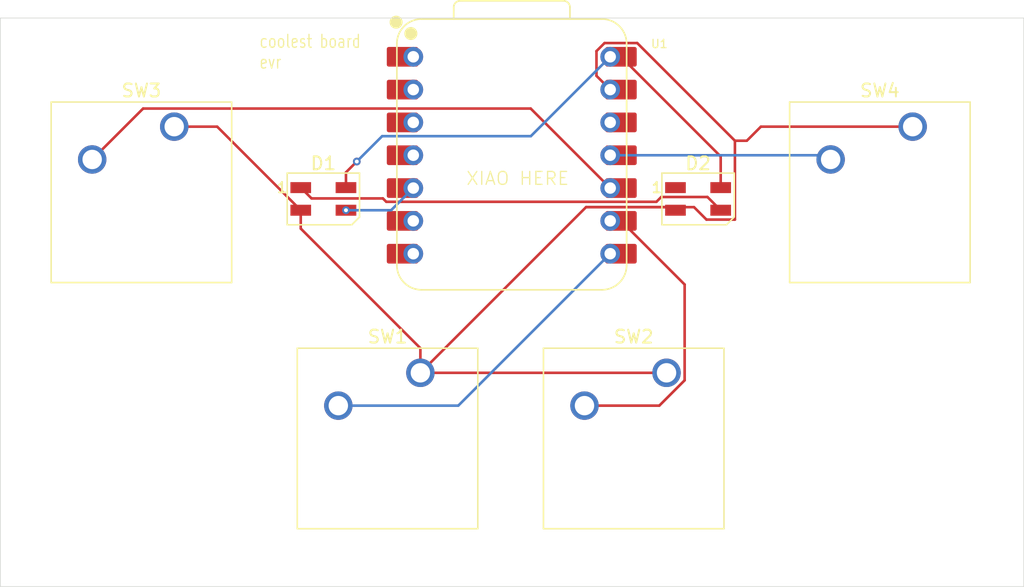
<source format=kicad_pcb>
(kicad_pcb (version 20241229) (generator "pcbnew") (generator_version "9.0")
  (layers (0 "F.Cu" signal) (2 "B.Cu" signal) (13 "F.Paste" user) (15 "B.Paste" user) (5 "F.SilkS" user "F.Silkscreen") (7 "B.SilkS" user "B.Silkscreen") (1 "F.Mask" user) (3 "B.Mask" user) (25 "Edge.Cuts" user))
  (net 0 "")
  (net 1 "Net-(D1-DOUT)")
  (net 2 "+5V")
  (net 3 "Net-(D1-DIN)")
  (net 4 "GND")
  (net 6 "Net-(U1-GPIO1{slash}RX)")
  (net 7 "Net-(U1-GPIO2{slash}SCK)")
  (net 8 "Net-(U1-GPIO4{slash}MISO)")
  (net 9 "Net-(U1-GPIO3{slash}MOSI)")
  (footprint "Button_Switch_Keyboard:SW_Cherry_MX_1.00u_PCB" (layer "F.Cu") (at 114.45875 85.4075)
    (property "Reference" "SW3" (at -2.54 -2.794 0) (layer "F.SilkS"))
    (property "Value" "SW_Push")
    (fp_line (start -9.525 -1.905) (end 4.445 -1.905) (stroke (width 0.12)) (layer "F.SilkS"))
    (fp_line (start -9.525 12.065) (end -9.525 -1.905) (stroke (width 0.12)) (layer "F.SilkS"))
    (fp_line (start 4.445 -1.905) (end 4.445 12.065) (stroke (width 0.12)) (layer "F.SilkS"))
    (fp_line (start 4.445 12.065) (end -9.525 12.065) (stroke (width 0.12)) (layer "F.SilkS"))
    (pad "" np_thru_hole circle (at -7.62 5.08) (size 1.7 1.7) (drill 1.7) (layers "*.Cu" "*.Mask"))
    (pad "" np_thru_hole circle (at -2.54 5.08) (size 4 4) (drill 4) (layers "*.Cu" "*.Mask"))
    (pad "" np_thru_hole circle (at 2.54 5.08) (size 1.7 1.7) (drill 1.7) (layers "*.Cu" "*.Mask"))
    (pad "1" thru_hole circle (at 0 0) (size 2.2 2.2) (drill 1.5) (layers "*.Cu" "*.Mask") (net 4 "GND"))
    (pad "2" thru_hole circle (at -6.35 2.54) (size 2.2 2.2) (drill 1.5) (layers "*.Cu" "*.Mask") (net 8 "Net-(U1-GPIO4{slash}MISO)"))
  )
  (footprint "OPL:XIAO-RP2040-DIP" (layer "F.Cu") (at 140.58 87.62)
    (property "Reference" "U1" (at 11.42 -8.62 0) (layer "F.SilkS") (effects (font (size 0.635 0.635) (thickness 0.1016))))
    (property "Value" "XIAO-RP2040-DIP")
    (fp_line (start -8.89 8.509) (end -8.89 -8.636) (stroke (width 0.127)) (layer "F.SilkS"))
    (fp_line (start -6.985 10.414) (end 6.985 10.414) (stroke (width 0.127)) (layer "F.SilkS"))
    (fp_line (start -4.495 -10.541) (end -4.491272 -11.451272) (stroke (width 0.127)) (layer "F.SilkS"))
    (fp_line (start -3.991272 -11.951) (end 4.004 -11.951) (stroke (width 0.127)) (layer "F.SilkS"))
    (fp_line (start 4.504 -11.451) (end 4.504 -10.541) (stroke (width 0.127)) (layer "F.SilkS"))
    (fp_line (start 6.985 -10.541) (end -6.985 -10.541) (stroke (width 0.1)) (layer "F.SilkS"))
    (fp_line (start 6.985 -10.541) (end -6.985 -10.541) (stroke (width 0.127)) (layer "F.SilkS"))
    (fp_line (start 8.89 8.509) (end 8.89 -8.636) (stroke (width 0.127)) (layer "F.SilkS"))
    (fp_arc (start -8.89 -8.636) (mid -8.332038 -9.983038) (end -6.985 -10.541) (stroke (width 0.127)) (layer "F.SilkS"))
    (fp_arc (start -6.985 10.414) (mid -8.332038 9.856038) (end -8.89 8.509) (stroke (width 0.127)) (layer "F.SilkS"))
    (fp_arc (start -4.491272 -11.451272) (mid -4.344728 -11.80464) (end -3.991272 -11.951) (stroke (width 0.127)) (layer "F.SilkS"))
    (fp_arc (start 4.004 -11.951) (mid 4.357553 -11.804553) (end 4.504 -11.451) (stroke (width 0.127)) (layer "F.SilkS"))
    (fp_arc (start 6.985 -10.541) (mid 8.332038 -9.983038) (end 8.89 -8.636) (stroke (width 0.127)) (layer "F.SilkS"))
    (fp_arc (start 8.89 8.509) (mid 8.332038 9.856038) (end 6.985 10.414) (stroke (width 0.127)) (layer "F.SilkS"))
    (fp_circle (center -8.95 -10.3) (end -8.95 -10.554) (stroke (width 0.5)) (fill yes) (layer "F.SilkS"))
    (fp_circle (center -7.807 -9.42) (end -7.807 -9.674) (stroke (width 0.5)) (fill yes) (layer "F.SilkS"))
    (pad "1" smd roundrect (at -8.455 -7.62 180) (size 2.432 1.524) (layers "F.Cu" "F.Mask") (roundrect_rratio 0.1))
    (pad "1" thru_hole circle (at -7.62 -7.62 180) (size 1.524 1.524) (drill 0.889) (layers "*.Cu" "*.Mask"))
    (pad "2" smd roundrect (at -8.455 -5.08 180) (size 2.432 1.524) (layers "F.Cu" "F.Mask") (roundrect_rratio 0.1))
    (pad "2" thru_hole circle (at -7.62 -5.08 180) (size 1.524 1.524) (drill 0.889) (layers "*.Cu" "*.Mask"))
    (pad "3" smd roundrect (at -8.455 -2.54 180) (size 2.432 1.524) (layers "F.Cu" "F.Mask") (roundrect_rratio 0.1))
    (pad "3" thru_hole circle (at -7.62 -2.54 180) (size 1.524 1.524) (drill 0.889) (layers "*.Cu" "*.Mask"))
    (pad "4" smd roundrect (at -8.455 0 180) (size 2.432 1.524) (layers "F.Cu" "F.Mask") (roundrect_rratio 0.1))
    (pad "4" thru_hole circle (at -7.62 0 180) (size 1.524 1.524) (drill 0.889) (layers "*.Cu" "*.Mask"))
    (pad "5" smd roundrect (at -8.455 2.54 180) (size 2.432 1.524) (layers "F.Cu" "F.Mask") (roundrect_rratio 0.1) (net 3 "Net-(D1-DIN)"))
    (pad "5" thru_hole circle (at -7.62 2.54 180) (size 1.524 1.524) (drill 0.889) (layers "*.Cu" "*.Mask") (net 3 "Net-(D1-DIN)"))
    (pad "6" smd roundrect (at -8.455 5.08 180) (size 2.432 1.524) (layers "F.Cu" "F.Mask") (roundrect_rratio 0.1))
    (pad "6" thru_hole circle (at -7.62 5.08 180) (size 1.524 1.524) (drill 0.889) (layers "*.Cu" "*.Mask"))
    (pad "7" smd roundrect (at -8.455 7.62 180) (size 2.432 1.524) (layers "F.Cu" "F.Mask") (roundrect_rratio 0.1))
    (pad "7" thru_hole circle (at -7.62 7.62 180) (size 1.524 1.524) (drill 0.889) (layers "*.Cu" "*.Mask"))
    (pad "8" thru_hole circle (at 7.62 7.62) (size 1.524 1.524) (drill 0.889) (layers "*.Cu" "*.Mask") (net 6 "Net-(U1-GPIO1{slash}RX)"))
    (pad "8" smd roundrect (at 8.455 7.62) (size 2.432 1.524) (layers "F.Cu" "F.Mask") (roundrect_rratio 0.1) (net 6 "Net-(U1-GPIO1{slash}RX)"))
    (pad "9" thru_hole circle (at 7.62 5.08) (size 1.524 1.524) (drill 0.889) (layers "*.Cu" "*.Mask") (net 7 "Net-(U1-GPIO2{slash}SCK)"))
    (pad "9" smd roundrect (at 8.455 5.08) (size 2.432 1.524) (layers "F.Cu" "F.Mask") (roundrect_rratio 0.1) (net 7 "Net-(U1-GPIO2{slash}SCK)"))
    (pad "10" thru_hole circle (at 7.62 2.54) (size 1.524 1.524) (drill 0.889) (layers "*.Cu" "*.Mask") (net 8 "Net-(U1-GPIO4{slash}MISO)"))
    (pad "10" smd roundrect (at 8.455 2.54) (size 2.432 1.524) (layers "F.Cu" "F.Mask") (roundrect_rratio 0.1) (net 8 "Net-(U1-GPIO4{slash}MISO)"))
    (pad "11" thru_hole circle (at 7.62 0) (size 1.524 1.524) (drill 0.889) (layers "*.Cu" "*.Mask") (net 9 "Net-(U1-GPIO3{slash}MOSI)"))
    (pad "11" smd roundrect (at 8.455 0) (size 2.432 1.524) (layers "F.Cu" "F.Mask") (roundrect_rratio 0.1) (net 9 "Net-(U1-GPIO3{slash}MOSI)"))
    (pad "12" thru_hole circle (at 7.62 -2.54) (size 1.524 1.524) (drill 0.889) (layers "*.Cu" "*.Mask"))
    (pad "12" smd roundrect (at 8.455 -2.54) (size 2.432 1.524) (layers "F.Cu" "F.Mask") (roundrect_rratio 0.1))
    (pad "13" thru_hole circle (at 7.62 -5.08) (size 1.524 1.524) (drill 0.889) (layers "*.Cu" "*.Mask") (net 4 "GND"))
    (pad "13" smd roundrect (at 8.455 -5.08) (size 2.432 1.524) (layers "F.Cu" "F.Mask") (roundrect_rratio 0.1) (net 4 "GND"))
    (pad "14" thru_hole circle (at 7.62 -7.62) (size 1.524 1.524) (drill 0.889) (layers "*.Cu" "*.Mask") (net 2 "+5V"))
    (pad "14" smd roundrect (at 8.455 -7.62) (size 2.432 1.524) (layers "F.Cu" "F.Mask") (roundrect_rratio 0.1) (net 2 "+5V"))
  )
  (footprint "Button_Switch_Keyboard:SW_Cherry_MX_1.00u_PCB" (layer "F.Cu") (at 171.60875 85.4075)
    (property "Reference" "SW4" (at -2.54 -2.794 0) (layer "F.SilkS"))
    (property "Value" "SW_Push")
    (fp_line (start -9.525 -1.905) (end 4.445 -1.905) (stroke (width 0.12)) (layer "F.SilkS"))
    (fp_line (start -9.525 12.065) (end -9.525 -1.905) (stroke (width 0.12)) (layer "F.SilkS"))
    (fp_line (start 4.445 -1.905) (end 4.445 12.065) (stroke (width 0.12)) (layer "F.SilkS"))
    (fp_line (start 4.445 12.065) (end -9.525 12.065) (stroke (width 0.12)) (layer "F.SilkS"))
    (pad "" np_thru_hole circle (at -7.62 5.08) (size 1.7 1.7) (drill 1.7) (layers "*.Cu" "*.Mask"))
    (pad "" np_thru_hole circle (at -2.54 5.08) (size 4 4) (drill 4) (layers "*.Cu" "*.Mask"))
    (pad "" np_thru_hole circle (at 2.54 5.08) (size 1.7 1.7) (drill 1.7) (layers "*.Cu" "*.Mask"))
    (pad "1" thru_hole circle (at 0 0) (size 2.2 2.2) (drill 1.5) (layers "*.Cu" "*.Mask") (net 4 "GND"))
    (pad "2" thru_hole circle (at -6.35 2.54) (size 2.2 2.2) (drill 1.5) (layers "*.Cu" "*.Mask") (net 9 "Net-(U1-GPIO3{slash}MOSI)"))
  )
  (footprint "LED_SMD:LED_SK6812MINI_PLCC4_3.5x3.5mm_P1.75mm" (layer "F.Cu") (at 155 91)
    (property "Reference" "D2" (at 0 -2.75 0) (layer "F.SilkS"))
    (property "Value" "SK6812MINI")
    (fp_line (start -2.8 -2) (end -2.8 2) (stroke (width 0.12)) (layer "F.SilkS"))
    (fp_line (start -2.8 -2) (end 2.8 -2) (stroke (width 0.12)) (layer "F.SilkS"))
    (fp_line (start -2.8 2) (end 2.2 2) (stroke (width 0.12)) (layer "F.SilkS"))
    (fp_line (start 2.8 1.4) (end 2.2 2) (stroke (width 0.12)) (layer "F.SilkS"))
    (fp_line (start 2.8 1.4) (end 2.8 -2) (stroke (width 0.12)) (layer "F.SilkS"))
    (fp_text user "1" (at -3.2 -0.875 0) (layer "F.SilkS") (effects (font (size 0.8 0.8))))
    (pad "1" smd rect (at -1.75 -0.875) (size 1.6 0.85) (layers "F.Cu" "F.Mask" "F.Paste"))
    (pad "2" smd rect (at -1.75 0.875) (size 1.6 0.85) (layers "F.Cu" "F.Mask" "F.Paste") (net 4 "GND"))
    (pad "3" smd rect (at 1.75 0.875) (size 1.6 0.85) (layers "F.Cu" "F.Mask" "F.Paste") (net 1 "Net-(D1-DOUT)"))
    (pad "4" smd rect (at 1.75 -0.875) (size 1.6 0.85) (layers "F.Cu" "F.Mask" "F.Paste") (net 2 "+5V"))
  )
  (footprint "Button_Switch_Keyboard:SW_Cherry_MX_1.00u_PCB" (layer "F.Cu") (at 152.55875 104.4575)
    (property "Reference" "SW2" (at -2.54 -2.794 0) (layer "F.SilkS"))
    (property "Value" "SW_Push")
    (fp_line (start -9.525 -1.905) (end 4.445 -1.905) (stroke (width 0.12)) (layer "F.SilkS"))
    (fp_line (start -9.525 12.065) (end -9.525 -1.905) (stroke (width 0.12)) (layer "F.SilkS"))
    (fp_line (start 4.445 -1.905) (end 4.445 12.065) (stroke (width 0.12)) (layer "F.SilkS"))
    (fp_line (start 4.445 12.065) (end -9.525 12.065) (stroke (width 0.12)) (layer "F.SilkS"))
    (pad "" np_thru_hole circle (at -7.62 5.08) (size 1.7 1.7) (drill 1.7) (layers "*.Cu" "*.Mask"))
    (pad "" np_thru_hole circle (at -2.54 5.08) (size 4 4) (drill 4) (layers "*.Cu" "*.Mask"))
    (pad "" np_thru_hole circle (at 2.54 5.08) (size 1.7 1.7) (drill 1.7) (layers "*.Cu" "*.Mask"))
    (pad "1" thru_hole circle (at 0 0) (size 2.2 2.2) (drill 1.5) (layers "*.Cu" "*.Mask") (net 4 "GND"))
    (pad "2" thru_hole circle (at -6.35 2.54) (size 2.2 2.2) (drill 1.5) (layers "*.Cu" "*.Mask") (net 7 "Net-(U1-GPIO2{slash}SCK)"))
  )
  (footprint "LED_SMD:LED_SK6812MINI_PLCC4_3.5x3.5mm_P1.75mm" (layer "F.Cu") (at 126 91)
    (property "Reference" "D1" (at 0 -2.75 0) (layer "F.SilkS"))
    (property "Value" "SK6812MINI")
    (fp_line (start -2.8 -2) (end -2.8 2) (stroke (width 0.12)) (layer "F.SilkS"))
    (fp_line (start -2.8 -2) (end 2.8 -2) (stroke (width 0.12)) (layer "F.SilkS"))
    (fp_line (start -2.8 2) (end 2.2 2) (stroke (width 0.12)) (layer "F.SilkS"))
    (fp_line (start 2.8 1.4) (end 2.2 2) (stroke (width 0.12)) (layer "F.SilkS"))
    (fp_line (start 2.8 1.4) (end 2.8 -2) (stroke (width 0.12)) (layer "F.SilkS"))
    (fp_text user "1" (at -3.2 -0.875 0) (layer "F.SilkS") (effects (font (size 0.8 0.8))))
    (pad "1" smd rect (at -1.75 -0.875) (size 1.6 0.85) (layers "F.Cu" "F.Mask" "F.Paste") (net 1 "Net-(D1-DOUT)"))
    (pad "2" smd rect (at -1.75 0.875) (size 1.6 0.85) (layers "F.Cu" "F.Mask" "F.Paste") (net 4 "GND"))
    (pad "3" smd rect (at 1.75 0.875) (size 1.6 0.85) (layers "F.Cu" "F.Mask" "F.Paste") (net 3 "Net-(D1-DIN)"))
    (pad "4" smd rect (at 1.75 -0.875) (size 1.6 0.85) (layers "F.Cu" "F.Mask" "F.Paste") (net 2 "+5V"))
  )
  (footprint "Button_Switch_Keyboard:SW_Cherry_MX_1.00u_PCB" (layer "F.Cu") (at 133.50875 104.4575)
    (property "Reference" "SW1" (at -2.54 -2.794 0) (layer "F.SilkS"))
    (property "Value" "SW_Push")
    (fp_line (start -9.525 -1.905) (end 4.445 -1.905) (stroke (width 0.12)) (layer "F.SilkS"))
    (fp_line (start -9.525 12.065) (end -9.525 -1.905) (stroke (width 0.12)) (layer "F.SilkS"))
    (fp_line (start 4.445 -1.905) (end 4.445 12.065) (stroke (width 0.12)) (layer "F.SilkS"))
    (fp_line (start 4.445 12.065) (end -9.525 12.065) (stroke (width 0.12)) (layer "F.SilkS"))
    (pad "" np_thru_hole circle (at -7.62 5.08) (size 1.7 1.7) (drill 1.7) (layers "*.Cu" "*.Mask"))
    (pad "" np_thru_hole circle (at -2.54 5.08) (size 4 4) (drill 4) (layers "*.Cu" "*.Mask"))
    (pad "" np_thru_hole circle (at 2.54 5.08) (size 1.7 1.7) (drill 1.7) (layers "*.Cu" "*.Mask"))
    (pad "1" thru_hole circle (at 0 0) (size 2.2 2.2) (drill 1.5) (layers "*.Cu" "*.Mask") (net 4 "GND"))
    (pad "2" thru_hole circle (at -6.35 2.54) (size 2.2 2.2) (drill 1.5) (layers "*.Cu" "*.Mask") (net 6 "Net-(U1-GPIO1{slash}RX)"))
  )
  (gr_rect (start 101 77) (end 180.205917 121) (stroke (width 0.05)) (fill no) (layer "Edge.Cuts"))
  (gr_text "coolest board\nevr" (at 121 81 0) (layer "F.SilkS") (effects (font (size 1 0.75) (thickness 0.1)) (justify left bottom)))
  (gr_text "XIAO HERE" (at 137 90 0) (layer "F.SilkS") (effects (font (size 1 1) (thickness 0.1)) (justify left bottom)))
  (segment (start 152.149 90.851) (end 155.726 90.851) (width 0.2) (layer "F.Cu") (net 1))
  (segment (start 124.25 90.125) (end 125.086626 90.961626) (width 0.2) (layer "F.Cu") (net 1))
  (segment (start 155.726 90.851) (end 156.75 91.875) (width 0.2) (layer "F.Cu") (net 1))
  (segment (start 130.869374 91.223) (end 151.777 91.223) (width 0.2) (layer "F.Cu") (net 1))
  (segment (start 125.086626 90.961626) (end 130.608 90.961626) (width 0.2) (layer "F.Cu") (net 1))
  (segment (start 151.777 91.223) (end 152.149 90.851) (width 0.2) (layer "F.Cu") (net 1))
  (segment (start 130.608 90.961626) (end 130.869374 91.223) (width 0.2) (layer "F.Cu") (net 1))
  (segment (start 149.035 80) (end 156.75 87.715) (width 0.2) (layer "F.Cu") (net 2))
  (segment (start 127.75 88.94375) (end 127.75 90.125) (width 0.2) (layer "F.Cu") (net 2))
  (segment (start 128.5875 88.10625) (end 127.75 88.94375) (width 0.2) (layer "F.Cu") (net 2))
  (segment (start 156.75 87.715) (end 156.75 90.125) (width 0.2) (layer "F.Cu") (net 2))
  (via (at 128.5875 88.10625) (size 0.6) (drill 0.3) (layers "F.Cu" "B.Cu") (net 2))
  (segment (start 130.55075 86.143) (end 128.5875 88.10625) (width 0.2) (layer "B.Cu") (net 2))
  (segment (start 148.2 80) (end 142.057 86.143) (width 0.2) (layer "B.Cu") (net 2))
  (segment (start 142.057 86.143) (end 130.55075 86.143) (width 0.2) (layer "B.Cu") (net 2))
  (via (at 127.75 91.875) (size 0.6) (drill 0.3) (layers "F.Cu" "B.Cu") (net 3))
  (segment (start 132.96 90.16) (end 131.245 91.875) (width 0.2) (layer "B.Cu") (net 3))
  (segment (start 131.245 91.875) (end 127.75 91.875) (width 0.2) (layer "B.Cu") (net 3))
  (segment (start 154.685 91.637) (end 146.32925 91.637) (width 0.2) (layer "F.Cu") (net 4))
  (segment (start 157.851 92.601) (end 155.649 92.601) (width 0.2) (layer "F.Cu") (net 4))
  (segment (start 157.851 86.497374) (end 157.851 92.601) (width 0.2) (layer "F.Cu") (net 4))
  (segment (start 117.7825 85.4075) (end 114.45875 85.4075) (width 0.2) (layer "F.Cu") (net 4))
  (segment (start 133.50875 102.5525) (end 124.25 93.29375) (width 0.2) (layer "F.Cu") (net 4))
  (segment (start 124.25 91.875) (end 117.7825 85.4075) (width 0.2) (layer "F.Cu") (net 4))
  (segment (start 147.137 81.477) (end 147.137 79.55969) (width 0.2) (layer "F.Cu") (net 4))
  (segment (start 133.50875 104.4575) (end 133.50875 102.5525) (width 0.2) (layer "F.Cu") (net 4))
  (segment (start 146.32925 91.637) (end 153.012 91.637) (width 0.2) (layer "F.Cu") (net 4))
  (segment (start 159.86125 85.4075) (end 171.60875 85.4075) (width 0.2) (layer "F.Cu") (net 4))
  (segment (start 148.2 82.54) (end 147.137 81.477) (width 0.2) (layer "F.Cu") (net 4))
  (segment (start 133.50875 104.4575) (end 152.55875 104.4575) (width 0.2) (layer "F.Cu") (net 4))
  (segment (start 147.75969 78.937) (end 150.290626 78.937) (width 0.2) (layer "F.Cu") (net 4))
  (segment (start 133.50875 104.4575) (end 146.32925 91.637) (width 0.2) (layer "F.Cu") (net 4))
  (segment (start 147.137 79.55969) (end 147.75969 78.937) (width 0.2) (layer "F.Cu") (net 4))
  (segment (start 153.012 91.637) (end 153.25 91.875) (width 0.2) (layer "F.Cu") (net 4))
  (segment (start 157.851 86.497374) (end 158.771376 86.497374) (width 0.2) (layer "F.Cu") (net 4))
  (segment (start 124.25 93.29375) (end 124.25 91.875) (width 0.2) (layer "F.Cu") (net 4))
  (segment (start 150.290626 78.937) (end 157.851 86.497374) (width 0.2) (layer "F.Cu") (net 4))
  (segment (start 155.649 92.601) (end 154.685 91.637) (width 0.2) (layer "F.Cu") (net 4))
  (segment (start 158.771376 86.497374) (end 159.86125 85.4075) (width 0.2) (layer "F.Cu") (net 4))
  (segment (start 136.4425 106.9975) (end 148.2 95.24) (width 0.2) (layer "B.Cu") (net 6))
  (segment (start 127.15875 106.9975) (end 136.4425 106.9975) (width 0.2) (layer "B.Cu") (net 6))
  (segment (start 149.035 92.7) (end 148.2 92.7) (width 0.2) (layer "F.Cu") (net 7))
  (segment (start 152.000064 106.9975) (end 153.95975 105.037814) (width 0.2) (layer "F.Cu") (net 7))
  (segment (start 146.20875 106.9975) (end 152.000064 106.9975) (width 0.2) (layer "F.Cu") (net 7))
  (segment (start 153.95975 97.62475) (end 149.035 92.7) (width 0.2) (layer "F.Cu") (net 7))
  (segment (start 153.95975 105.037814) (end 153.95975 97.62475) (width 0.2) (layer "F.Cu") (net 7))
  (segment (start 112.04975 84.0065) (end 142.0465 84.0065) (width 0.2) (layer "F.Cu") (net 8))
  (segment (start 142.0465 84.0065) (end 148.2 90.16) (width 0.2) (layer "F.Cu") (net 8))
  (segment (start 108.10875 87.9475) (end 112.04975 84.0065) (width 0.2) (layer "F.Cu") (net 8))
  (segment (start 164.93125 87.62) (end 165.25875 87.9475) (width 0.2) (layer "B.Cu") (net 9))
  (segment (start 148.2 87.62) (end 164.93125 87.62) (width 0.2) (layer "B.Cu") (net 9))
)
</source>
